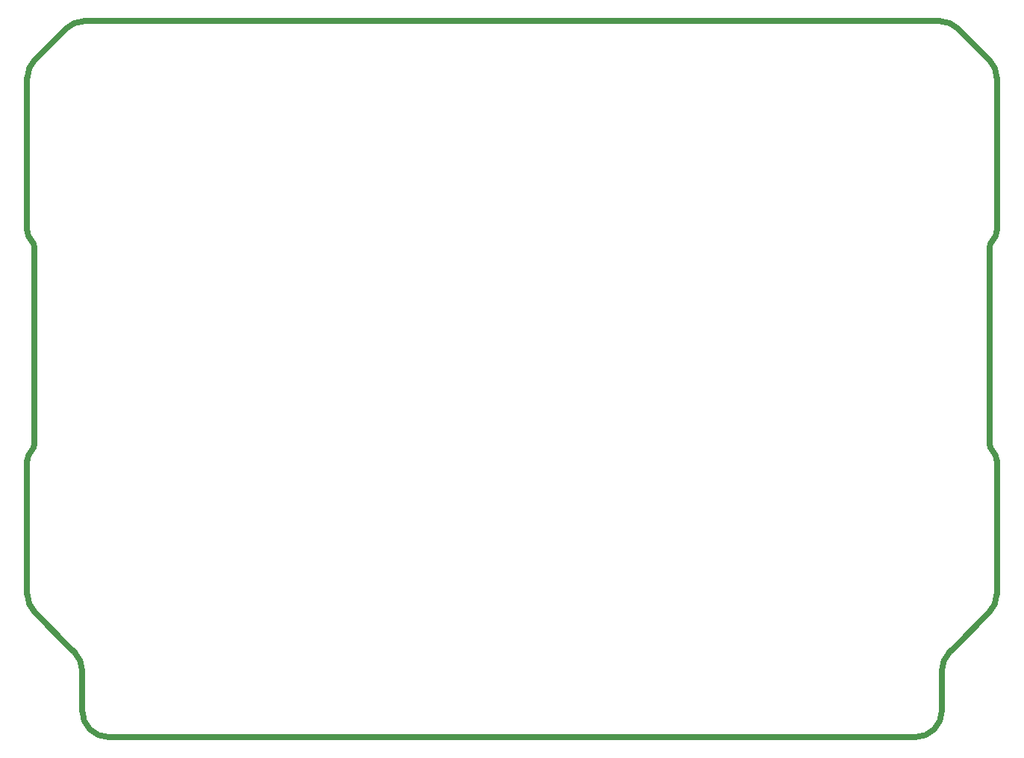
<source format=gko>
G04 Layer_Color=16711935*
%FSLAX44Y44*%
%MOMM*%
G71*
G01*
G75*
%ADD21C,0.6350*%
D21*
X-544828Y-24728D02*
G03*
X-542000Y-17900I-6829J6829D01*
G01*
X-544828Y-24728D02*
G03*
X-550000Y-37213I12485J-12485D01*
G01*
Y225357D02*
G03*
X-544828Y212871I17657J0D01*
G01*
X-542000Y206043D02*
G03*
X-544828Y212871I-9657J0D01*
G01*
X544828D02*
G03*
X542000Y206043I6829J-6829D01*
G01*
X544828Y212871D02*
G03*
X550000Y225357I-12485J12485D01*
G01*
Y-37213D02*
G03*
X544828Y-24728I-17657J0D01*
G01*
X542000Y-17900D02*
G03*
X544828Y-24728I9657J0D01*
G01*
X-478980Y-341220D02*
G03*
X-457300Y-350200I21680J21680D01*
G01*
X-487500Y-320651D02*
G03*
X-478980Y-341220I29088J0D01*
G01*
X-487500Y-275200D02*
G03*
X-496480Y-253520I-30661J0D01*
G01*
X-550000Y-187300D02*
G03*
X-541020Y-208980I30661J0D01*
G01*
X541020D02*
G03*
X550000Y-187300I-21680J21680D01*
G01*
X496480Y-253520D02*
G03*
X487500Y-275200I21680J-21680D01*
G01*
X478980Y-341220D02*
G03*
X487500Y-320651I-20568J20568D01*
G01*
X457300Y-350200D02*
G03*
X478980Y-341220I0J30661D01*
G01*
X-541020Y418980D02*
G03*
X-550000Y397300I21680J-21680D01*
G01*
X-484800Y462500D02*
G03*
X-506480Y453520I0J-30661D01*
G01*
X506480D02*
G03*
X484800Y462500I-21680J-21680D01*
G01*
X550000Y397300D02*
G03*
X541020Y418980I-30661J0D01*
G01*
X550000Y397300D02*
G03*
X541020Y418980I-30661J0D01*
G01*
X506480Y453520D02*
G03*
X484800Y462500I-21680J-21680D01*
G01*
X-484800D02*
G03*
X-506480Y453520I0J-30661D01*
G01*
X-541020Y418980D02*
G03*
X-550000Y397300I21680J-21680D01*
G01*
X457300Y-350200D02*
G03*
X478980Y-341220I0J30661D01*
G01*
D02*
G03*
X487500Y-320651I-20568J20568D01*
G01*
X496480Y-253520D02*
G03*
X487500Y-275200I21680J-21680D01*
G01*
X541020Y-208980D02*
G03*
X550000Y-187300I-21680J21680D01*
G01*
X-550000D02*
G03*
X-541020Y-208980I30661J0D01*
G01*
X-487500Y-275200D02*
G03*
X-496480Y-253520I-30661J0D01*
G01*
X-487500Y-320651D02*
G03*
X-478980Y-341220I29088J0D01*
G01*
D02*
G03*
X-457300Y-350200I21680J21680D01*
G01*
X542000Y-17900D02*
G03*
X544828Y-24728I9657J0D01*
G01*
X550000Y-37213D02*
G03*
X544828Y-24728I-17657J0D01*
G01*
Y212871D02*
G03*
X550000Y225357I-12485J12485D01*
G01*
X544828Y212871D02*
G03*
X542000Y206043I6829J-6829D01*
G01*
X-542000D02*
G03*
X-544828Y212871I-9657J0D01*
G01*
X-550000Y225357D02*
G03*
X-544828Y212871I17657J0D01*
G01*
Y-24728D02*
G03*
X-550000Y-37213I12485J-12485D01*
G01*
X-544828Y-24728D02*
G03*
X-542000Y-17900I-6829J6829D01*
G01*
X-550000Y227543D02*
Y374800D01*
Y-187300D02*
Y-39400D01*
X-542000Y-17900D02*
Y206043D01*
X-550000Y-39400D02*
Y-37213D01*
Y225357D02*
Y227543D01*
X550000Y225357D02*
Y227543D01*
Y-39400D02*
Y-37213D01*
Y227543D02*
Y374800D01*
X542000Y-17900D02*
Y206043D01*
X-477300Y462500D02*
X-440000D01*
X-450000Y-350200D02*
X450000D01*
X-457300D02*
X-450000D01*
X-487500Y-320651D02*
Y-275200D01*
X-500000Y-250000D02*
X-496480Y-253520D01*
X-541020Y-208980D02*
X-500000Y-250000D01*
X550000Y-187300D02*
Y-162500D01*
X500000Y-250000D02*
X541020Y-208980D01*
X496480Y-253520D02*
X500000Y-250000D01*
X487500Y-320651D02*
Y-275200D01*
X550000Y-162500D02*
Y-39400D01*
X450000Y-350200D02*
X457300D01*
X-550000Y374800D02*
Y397300D01*
X-541020Y418980D02*
X-506480Y453520D01*
X-484800Y462500D02*
X-477300D01*
X477300D02*
X484800D01*
X506480Y453520D02*
X541020Y418980D01*
X550000Y374800D02*
Y397300D01*
X440000Y462500D02*
X477300D01*
X-440000D02*
X440000D01*
X-440000D02*
X440000D01*
X477300D01*
X550000Y374800D02*
Y397300D01*
X506480Y453520D02*
X541020Y418980D01*
X477300Y462500D02*
X484800D01*
X-484800D02*
X-477300D01*
X-541020Y418980D02*
X-506480Y453520D01*
X-550000Y374800D02*
Y397300D01*
X450000Y-350200D02*
X457300D01*
X550000Y-162500D02*
Y-39400D01*
X487500Y-320651D02*
Y-275200D01*
X496480Y-253520D02*
X500000Y-250000D01*
X541020Y-208980D01*
X550000Y-187300D02*
Y-162500D01*
X-541020Y-208980D02*
X-500000Y-250000D01*
X-496480Y-253520D01*
X-487500Y-320651D02*
Y-275200D01*
X-457300Y-350200D02*
X-450000D01*
X450000D01*
X-477300Y462500D02*
X-440000D01*
X542000Y-17900D02*
Y206043D01*
X550000Y227543D02*
Y374800D01*
Y-39400D02*
Y-37213D01*
Y225357D02*
Y227543D01*
X-550000Y225357D02*
Y227543D01*
Y-39400D02*
Y-37213D01*
X-542000Y-17900D02*
Y206043D01*
X-550000Y-187300D02*
Y-39400D01*
Y227543D02*
Y374800D01*
M02*

</source>
